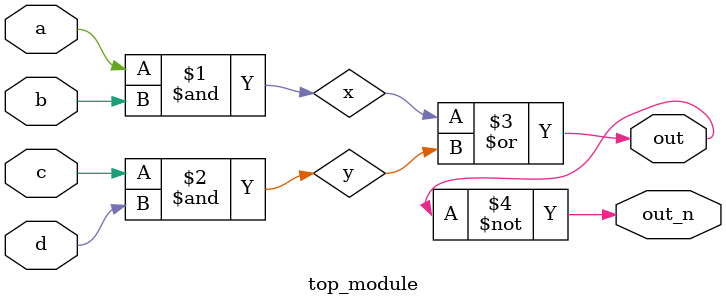
<source format=v>
module top_module(
    input a,
    input b,
    input c,
    input d,
    output out,
    output out_n   );
    wire x,y;
    assign x=a&b;
    assign y=c&d;
    assign out=x|y;
    assign out_n=~out;
endmodule

</source>
